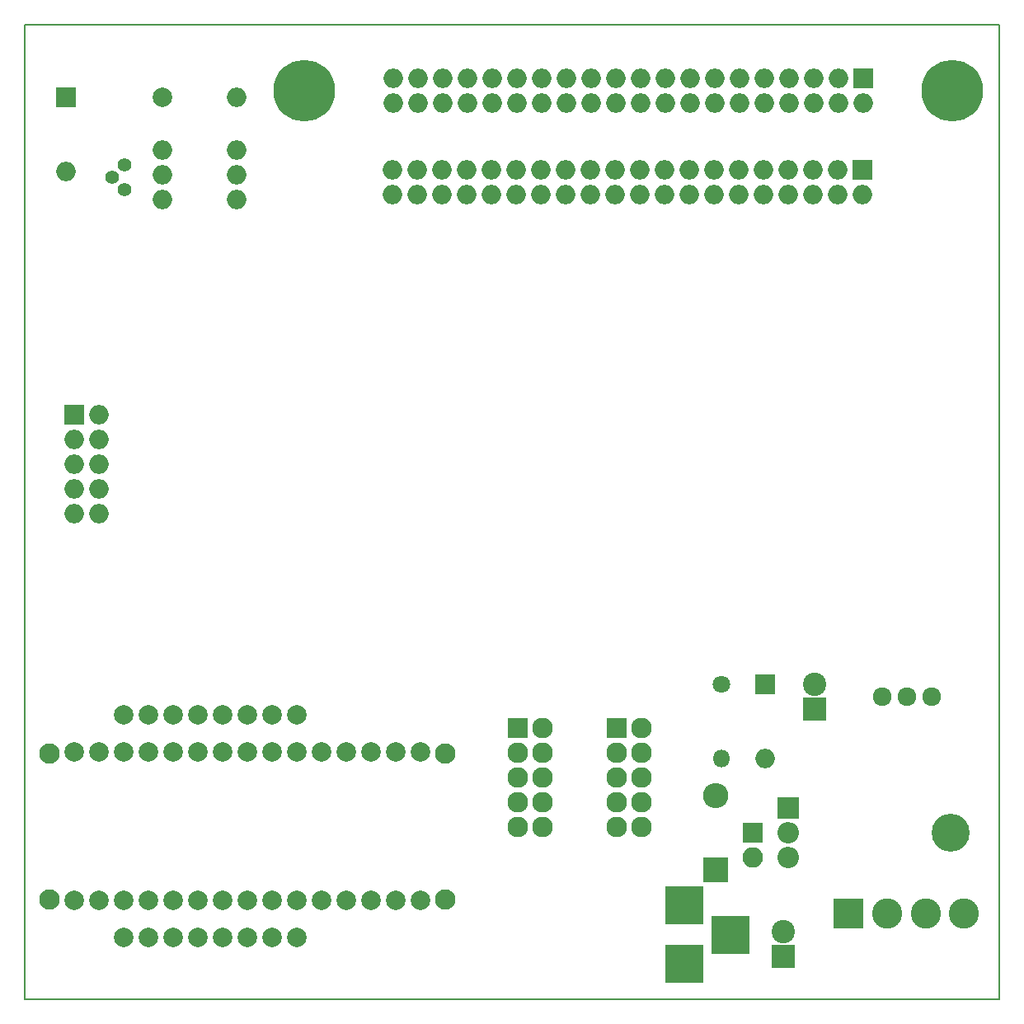
<source format=gbr>
%TF.GenerationSoftware,KiCad,Pcbnew,4.0.7*%
%TF.CreationDate,2018-06-26T21:29:00-04:00*%
%TF.ProjectId,row_driver,726F775F6472697665722E6B69636164,rev?*%
%TF.FileFunction,Soldermask,Bot*%
%FSLAX46Y46*%
G04 Gerber Fmt 4.6, Leading zero omitted, Abs format (unit mm)*
G04 Created by KiCad (PCBNEW 4.0.7) date Tuesday, June 26, 2018 'PMt' 09:29:00 PM*
%MOMM*%
%LPD*%
G01*
G04 APERTURE LIST*
%ADD10C,0.100000*%
%ADD11C,0.150000*%
%ADD12R,2.400000X2.400000*%
%ADD13C,2.400000*%
%ADD14R,3.900120X3.900120*%
%ADD15C,1.400760*%
%ADD16C,2.000000*%
%ADD17O,2.000000X2.000000*%
%ADD18C,1.924000*%
%ADD19R,3.100000X3.100000*%
%ADD20C,3.100000*%
%ADD21C,1.800000*%
%ADD22O,1.800000X1.800000*%
%ADD23R,2.100000X2.100000*%
%ADD24O,2.100000X2.100000*%
%ADD25R,2.000000X2.000000*%
%ADD26R,2.600000X2.600000*%
%ADD27O,2.600000X2.600000*%
%ADD28O,3.900000X3.900000*%
%ADD29R,2.200000X2.200000*%
%ADD30O,2.200000X2.200000*%
%ADD31R,2.127200X2.127200*%
%ADD32O,2.127200X2.127200*%
%ADD33C,2.100000*%
%ADD34C,6.324600*%
G04 APERTURE END LIST*
D10*
D11*
X25000000Y-25000000D02*
X125000000Y-25000000D01*
X25000000Y-125000000D02*
X25000000Y-25000000D01*
X125000000Y-125000000D02*
X25000000Y-125000000D01*
X125000000Y-25000000D02*
X125000000Y-125000000D01*
D12*
X106045000Y-95250000D03*
D13*
X106045000Y-92710000D03*
D14*
X92710000Y-115412520D03*
X92710000Y-121412000D03*
X97409000Y-118412260D03*
D15*
X33909000Y-40640000D03*
X35179000Y-39370000D03*
X35179000Y-41910000D03*
D16*
X39116000Y-32385000D03*
D17*
X46736000Y-32385000D03*
D18*
X118110000Y-93980000D03*
X115570000Y-93980000D03*
X113030000Y-93980000D03*
D17*
X39116000Y-37846000D03*
X39116000Y-40386000D03*
X39116000Y-42926000D03*
X46736000Y-42926000D03*
X46736000Y-40386000D03*
X46736000Y-37846000D03*
D19*
X109555000Y-116205000D03*
D20*
X113515000Y-116205000D03*
X117475000Y-116205000D03*
X121435000Y-116205000D03*
D12*
X102870000Y-120650000D03*
D13*
X102870000Y-118110000D03*
D21*
X96520000Y-92710000D03*
D22*
X96520000Y-100330000D03*
D23*
X99695000Y-107950000D03*
D24*
X99695000Y-110490000D03*
D25*
X29210000Y-32385000D03*
D17*
X29210000Y-40005000D03*
D25*
X100965000Y-92710000D03*
D17*
X100965000Y-100330000D03*
D26*
X95885000Y-111760000D03*
D27*
X95885000Y-104140000D03*
D28*
X120015000Y-107950000D03*
D29*
X103355000Y-105410000D03*
D30*
X103355000Y-107950000D03*
X103355000Y-110490000D03*
D31*
X75594035Y-97205947D03*
D32*
X78134035Y-97205947D03*
X75594035Y-99745947D03*
X78134035Y-99745947D03*
X75594035Y-102285947D03*
X78134035Y-102285947D03*
X75594035Y-104825947D03*
X78134035Y-104825947D03*
X75594035Y-107365947D03*
X78134035Y-107365947D03*
D31*
X85754035Y-97205947D03*
D32*
X88294035Y-97205947D03*
X85754035Y-99745947D03*
X88294035Y-99745947D03*
X85754035Y-102285947D03*
X88294035Y-102285947D03*
X85754035Y-104825947D03*
X88294035Y-104825947D03*
X85754035Y-107365947D03*
X88294035Y-107365947D03*
D16*
X47805064Y-114911222D03*
X45265064Y-114911222D03*
X42725064Y-114911222D03*
X40185064Y-114911222D03*
X37645064Y-114911222D03*
X35105064Y-114911222D03*
X32565064Y-114911222D03*
X30025064Y-114911222D03*
D33*
X27475064Y-114801222D03*
X68135064Y-114801222D03*
X68135064Y-99781222D03*
X27475064Y-99781222D03*
D16*
X50345064Y-114911222D03*
X52885064Y-114911222D03*
X55425064Y-114911222D03*
X57965064Y-114911222D03*
X60505064Y-114911222D03*
X63045064Y-114911222D03*
X65585064Y-114911222D03*
X65585064Y-99671222D03*
X63045064Y-99671222D03*
X60505064Y-99671222D03*
X57965064Y-99671222D03*
X55425064Y-99671222D03*
X52885064Y-99671222D03*
X50345064Y-99671222D03*
X47805064Y-99671222D03*
X45265064Y-99671222D03*
X42725064Y-99671222D03*
X40185064Y-99671222D03*
X37645064Y-99671222D03*
X35105064Y-99671222D03*
X32565064Y-99671222D03*
X30025064Y-99671222D03*
X52885064Y-95861222D03*
X50345064Y-95861222D03*
X47805064Y-95861222D03*
X45265064Y-95861222D03*
X42725064Y-95861222D03*
X40185064Y-95861222D03*
X37645064Y-95861222D03*
X35105064Y-95861222D03*
X35105064Y-118721222D03*
X37645064Y-118721222D03*
X40185064Y-118721222D03*
X42725064Y-118721222D03*
X45265064Y-118721222D03*
X47805064Y-118721222D03*
X50345064Y-118721222D03*
X52885064Y-118721222D03*
D25*
X30000000Y-65000000D03*
D17*
X32540000Y-65000000D03*
X30000000Y-67540000D03*
X32540000Y-67540000D03*
X30000000Y-70080000D03*
X32540000Y-70080000D03*
X30000000Y-72620000D03*
X32540000Y-72620000D03*
X30000000Y-75160000D03*
X32540000Y-75160000D03*
D25*
X110998000Y-39878000D03*
D17*
X110998000Y-42418000D03*
X108458000Y-39878000D03*
X108458000Y-42418000D03*
X105918000Y-39878000D03*
X105918000Y-42418000D03*
X103378000Y-39878000D03*
X103378000Y-42418000D03*
X100838000Y-39878000D03*
X100838000Y-42418000D03*
X98298000Y-39878000D03*
X98298000Y-42418000D03*
X95758000Y-39878000D03*
X95758000Y-42418000D03*
X93218000Y-39878000D03*
X93218000Y-42418000D03*
X90678000Y-39878000D03*
X90678000Y-42418000D03*
X88138000Y-39878000D03*
X88138000Y-42418000D03*
X85598000Y-39878000D03*
X85598000Y-42418000D03*
X83058000Y-39878000D03*
X83058000Y-42418000D03*
X80518000Y-39878000D03*
X80518000Y-42418000D03*
X77978000Y-39878000D03*
X77978000Y-42418000D03*
X75438000Y-39878000D03*
X75438000Y-42418000D03*
X72898000Y-39878000D03*
X72898000Y-42418000D03*
X70358000Y-39878000D03*
X70358000Y-42418000D03*
X67818000Y-39878000D03*
X67818000Y-42418000D03*
X65278000Y-39878000D03*
X65278000Y-42418000D03*
X62738000Y-39878000D03*
X62738000Y-42418000D03*
D25*
X111029750Y-30480000D03*
D17*
X111029750Y-33020000D03*
X108489750Y-30480000D03*
X108489750Y-33020000D03*
X105949750Y-30480000D03*
X105949750Y-33020000D03*
X103409750Y-30480000D03*
X103409750Y-33020000D03*
X100869750Y-30480000D03*
X100869750Y-33020000D03*
X98329750Y-30480000D03*
X98329750Y-33020000D03*
X95789750Y-30480000D03*
X95789750Y-33020000D03*
X93249750Y-30480000D03*
X93249750Y-33020000D03*
X90709750Y-30480000D03*
X90709750Y-33020000D03*
X88169750Y-30480000D03*
X88169750Y-33020000D03*
X85629750Y-30480000D03*
X85629750Y-33020000D03*
X83089750Y-30480000D03*
X83089750Y-33020000D03*
X80549750Y-30480000D03*
X80549750Y-33020000D03*
X78009750Y-30480000D03*
X78009750Y-33020000D03*
X75469750Y-30480000D03*
X75469750Y-33020000D03*
X72929750Y-30480000D03*
X72929750Y-33020000D03*
X70389750Y-30480000D03*
X70389750Y-33020000D03*
X67849750Y-30480000D03*
X67849750Y-33020000D03*
X65309750Y-30480000D03*
X65309750Y-33020000D03*
X62769750Y-30480000D03*
X62769750Y-33020000D03*
D34*
X120173750Y-31750000D03*
X53625750Y-31750000D03*
M02*

</source>
